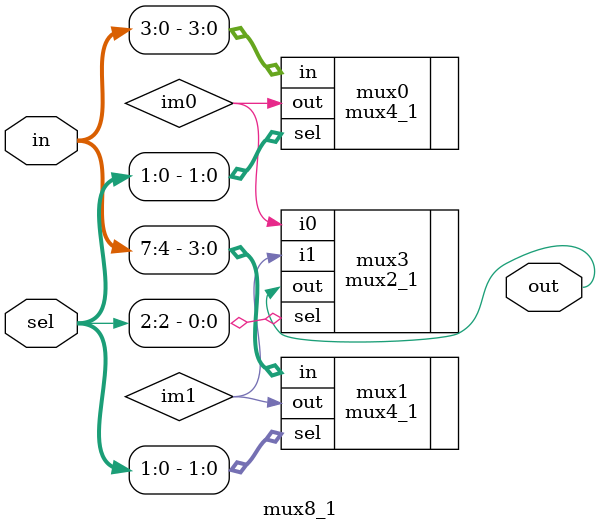
<source format=sv>
module mux8_1(out, in, sel);

	input logic [7:0] in;
	input logic [2:0] sel;
	
	output logic out;
	
	wire im0, im1;
	
	mux4_1 mux0(.out(im0), .in(in[3:0]), .sel(sel[1:0]));
	mux4_1 mux1(.out(im1), .in(in[7:4]), .sel(sel[1:0]));
	
	mux2_1 mux3(.out(out), .i0(im0), .i1(im1), .sel(sel[2]));

endmodule

</source>
